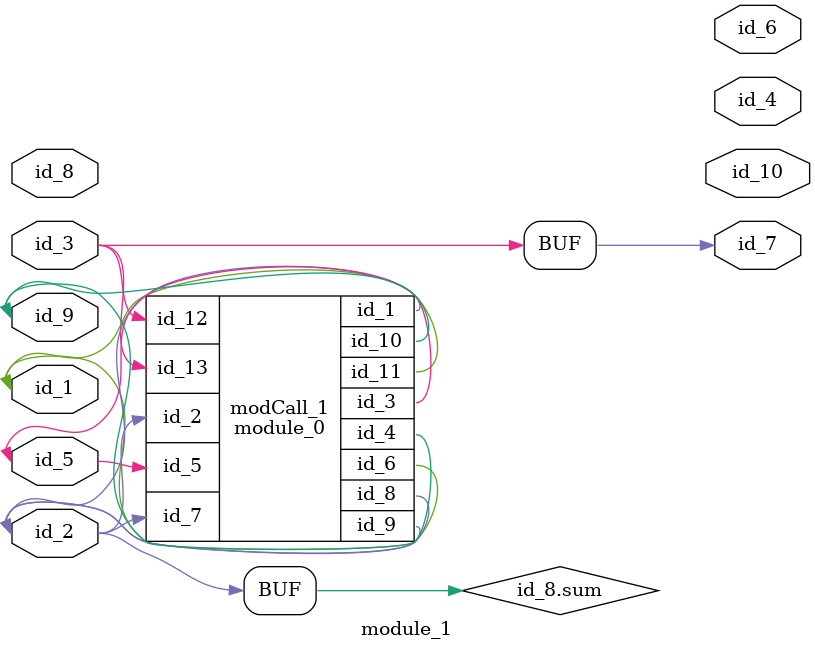
<source format=v>
module module_0 (
    id_1,
    id_2,
    id_3,
    id_4,
    id_5,
    id_6,
    id_7,
    id_8,
    id_9,
    id_10,
    id_11,
    id_12,
    id_13
);
  input wire id_13;
  input wire id_12;
  inout wire id_11;
  inout wire id_10;
  output wire id_9;
  inout wire id_8;
  input wire id_7;
  inout wire id_6;
  input wire id_5;
  output wire id_4;
  inout wire id_3;
  input wire id_2;
  inout wire id_1;
  wire id_14;
  assign id_1 = id_6;
endmodule
module module_1 (
    id_1,
    id_2,
    id_3,
    id_4,
    id_5,
    id_6,
    id_7,
    id_8,
    id_9,
    id_10
);
  output wire id_10;
  inout wire id_9;
  input wire id_8;
  output wire id_7;
  output wire id_6;
  inout wire id_5;
  output wire id_4;
  input wire id_3;
  inout wire id_2;
  module_0 modCall_1 (
      id_2,
      id_2,
      id_5,
      id_9,
      id_5,
      id_1,
      id_2,
      id_2,
      id_2,
      id_9,
      id_1,
      id_3,
      id_3
  );
  inout wire id_1;
  assign id_2 = id_8.sum;
  assign id_7 = id_3;
endmodule

</source>
